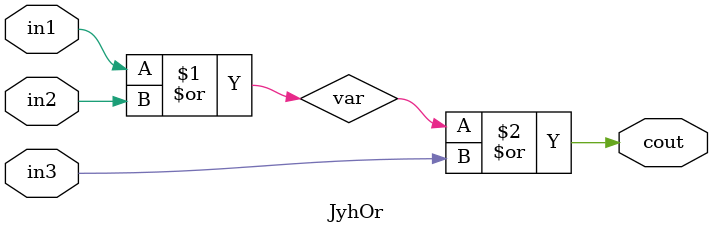
<source format=v>

module JyhOr(
      input in1, in2, in3,
      output cout
    );
    wire var = in1 | in2;
    assign cout = var | in3;
endmodule

</source>
